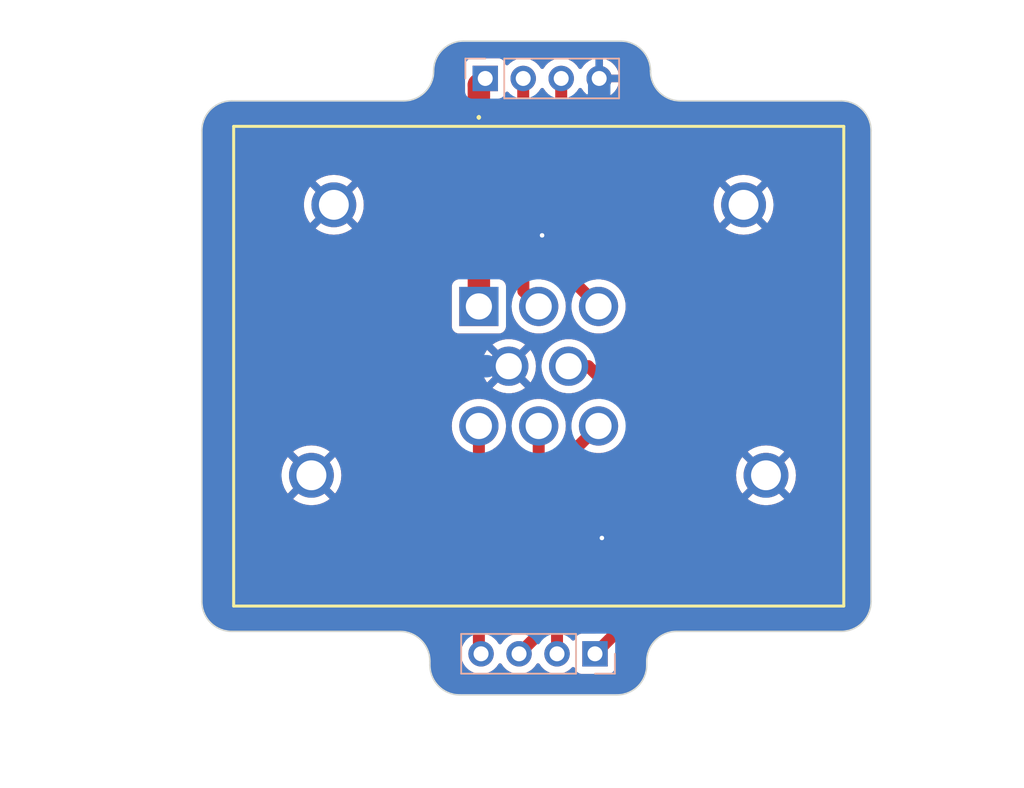
<source format=kicad_pcb>
(kicad_pcb (version 20221018) (generator pcbnew)
  (layers (0 "F.Cu" signal) (31 "B.Cu" signal) (34 "B.Paste" user) (35 "F.Paste" user) (36 "B.SilkS" user "B.Silkscreen") (37 "F.SilkS" user "F.Silkscreen") (38 "B.Mask" user) (39 "F.Mask" user) (44 "Edge.Cuts" user))
  (net 0 "")
  (net 1 "VIN{slash}15V")
  (net 2 "SW_12V")
  (net 3 "WAKE_UP")
  (net 4 "CAN_H")
  (net 5 "CAN_L")
  (net 6 "GND")
  (net 7 "D+")
  (net 8 "D-")
  (footprint "776276-1:7762761" (layer "F.Cu") (at 141.275 73.755)
    (fp_text reference "J1" hide)
    (fp_text value "776276-1" hide)
    (fp_line (start -16.4 -12.05) (end 24.4 -12.05) (stroke (width 0.2)) (layer "F.SilkS"))
    (fp_line (start -16.4 20.05) (end -16.4 -12.05) (stroke (width 0.2)) (layer "F.SilkS"))
    (fp_line (start 0 -12.7) (end 0 -12.7) (stroke (width 0.2)) (layer "F.SilkS"))
    (fp_line (start 0 -12.7) (end 0 -12.7) (stroke (width 0.2)) (layer "F.SilkS"))
    (fp_line (start 0 -12.6) (end 0 -12.6) (stroke (width 0.2)) (layer "F.SilkS"))
    (fp_line (start 24.4 -12.05) (end 24.4 20.05) (stroke (width 0.2)) (layer "F.SilkS"))
    (fp_line (start 24.4 20.05) (end -16.4 20.05) (stroke (width 0.2)) (layer "F.SilkS"))
    (fp_arc (start 0 -12.7) (mid 0.05 -12.65) (end 0 -12.6) (stroke (width 0.2)) (layer "F.SilkS"))
    (fp_arc (start 0 -12.6) (mid -0.05 -12.65) (end 0 -12.7) (stroke (width 0.2)) (layer "F.SilkS"))
    (fp_arc (start 0 -12.6) (mid -0.05 -12.65) (end 0 -12.7) (stroke (width 0.2)) (layer "F.SilkS"))
    (pad "1" thru_hole rect (at 0 0) (size 2.625 2.625) (drill 1.75) (layers "*.Cu" "*.Mask") (net 1 "VIN{slash}15V"))
    (pad "2" thru_hole circle (at 4 0) (size 2.625 2.625) (drill 1.75) (layers "*.Cu" "*.Mask") (net 2 "SW_12V"))
    (pad "3" thru_hole circle (at 8 0) (size 2.625 2.625) (drill 1.75) (layers "*.Cu" "*.Mask") (net 3 "WAKE_UP"))
    (pad "4" thru_hole circle (at 2 4) (size 2.625 2.625) (drill 1.75) (layers "*.Cu" "*.Mask") (net 6 "GND"))
    (pad "5" thru_hole circle (at 6 4) (size 2.625 2.625) (drill 1.75) (layers "*.Cu" "*.Mask") (net 5 "CAN_L"))
    (pad "6" thru_hole circle (at 0 8) (size 2.625 2.625) (drill 1.75) (layers "*.Cu" "*.Mask") (net 4 "CAN_H"))
    (pad "7" thru_hole circle (at 4 8) (size 2.625 2.625) (drill 1.75) (layers "*.Cu" "*.Mask") (net 7 "D+"))
    (pad "8" thru_hole circle (at 8 8) (size 2.625 2.625) (drill 1.75) (layers "*.Cu" "*.Mask") (net 8 "D-"))
    (pad "MH1" thru_hole circle (at -9.7 -6.8) (size 3 3) (drill 2) (layers "*.Cu" "*.Mask") (net 6 "GND"))
    (pad "MH2" thru_hole circle (at 17.7 -6.8) (size 3 3) (drill 2) (layers "*.Cu" "*.Mask") (net 6 "GND"))
    (pad "MH3" thru_hole circle (at 19.2 11.3) (size 3 3) (drill 2) (layers "*.Cu" "*.Mask") (net 6 "GND"))
    (pad "MH4" thru_hole circle (at -11.2 11.3) (size 3 3) (drill 2) (layers "*.Cu" "*.Mask") (net 6 "GND"))
  )
  (footprint "Connector_PinHeader_2.54mm:PinHeader_1x04_P2.54mm_Vertical" (layer "B.Cu") (at 141.7 58.5 -90)
    (fp_text reference "J2" hide)
    (fp_text value "2.54mm 1x4")
    (fp_line (start -1.33 -8.95) (end 1.33 -8.95) (stroke (width 0.12)) (layer "B.SilkS"))
    (fp_line (start -1.33 -1.27) (end -1.33 -8.95) (stroke (width 0.12)) (layer "B.SilkS"))
    (fp_line (start -1.33 -1.27) (end 1.33 -1.27) (stroke (width 0.12)) (layer "B.SilkS"))
    (fp_line (start -1.33 0) (end -1.33 1.33) (stroke (width 0.12)) (layer "B.SilkS"))
    (fp_line (start -1.33 1.33) (end 0 1.33) (stroke (width 0.12)) (layer "B.SilkS"))
    (fp_line (start 1.33 -1.27) (end 1.33 -8.95) (stroke (width 0.12)) (layer "B.SilkS"))
    (pad "1" thru_hole rect (at 0 0 270) (size 1.7 1.7) (drill 1) (layers "*.Cu" "*.Mask") (net 1 "VIN{slash}15V"))
    (pad "2" thru_hole oval (at 0 -2.54 270) (size 1.7 1.7) (drill 1) (layers "*.Cu" "*.Mask") (net 2 "SW_12V"))
    (pad "3" thru_hole oval (at 0 -5.08 270) (size 1.7 1.7) (drill 1) (layers "*.Cu" "*.Mask") (net 3 "WAKE_UP"))
    (pad "4" thru_hole oval (at 0 -7.62 270) (size 1.7 1.7) (drill 1) (layers "*.Cu" "*.Mask") (net 6 "GND"))
  )
  (footprint "Connector_PinHeader_2.54mm:PinHeader_1x04_P2.54mm_Vertical" (layer "B.Cu") (at 149.04 97 90)
    (fp_text reference "J3" hide)
    (fp_text value "2.54mm 1x4")
    (fp_line (start -1.33 -8.95) (end 1.33 -8.95) (stroke (width 0.12)) (layer "B.SilkS"))
    (fp_line (start -1.33 -1.27) (end -1.33 -8.95) (stroke (width 0.12)) (layer "B.SilkS"))
    (fp_line (start -1.33 -1.27) (end 1.33 -1.27) (stroke (width 0.12)) (layer "B.SilkS"))
    (fp_line (start -1.33 0) (end -1.33 1.33) (stroke (width 0.12)) (layer "B.SilkS"))
    (fp_line (start -1.33 1.33) (end 0 1.33) (stroke (width 0.12)) (layer "B.SilkS"))
    (fp_line (start 1.33 -1.27) (end 1.33 -8.95) (stroke (width 0.12)) (layer "B.SilkS"))
    (pad "1" thru_hole rect (at 0 0 90) (size 1.7 1.7) (drill 1) (layers "*.Cu" "*.Mask") (net 5 "CAN_L"))
    (pad "2" thru_hole oval (at 0 -2.54 90) (size 1.7 1.7) (drill 1) (layers "*.Cu" "*.Mask") (net 8 "D-"))
    (pad "3" thru_hole oval (at 0 -5.08 90) (size 1.7 1.7) (drill 1) (layers "*.Cu" "*.Mask") (net 7 "D+"))
    (pad "4" thru_hole oval (at 0 -7.62 90) (size 1.7 1.7) (drill 1) (layers "*.Cu" "*.Mask") (net 4 "CAN_H"))
  )
  (gr_arc (start 154.75 60) (mid 153.335786 59.414214) (end 152.75 58) (stroke (width 0.1)) (layer "Edge.Cuts"))
  (gr_line (start 122.75 93.5) (end 122.75 62) (stroke (width 0.1)) (layer "Edge.Cuts"))
  (gr_arc (start 167.5 93.5) (mid 166.914214 94.914214) (end 165.5 95.5) (stroke (width 0.1)) (layer "Edge.Cuts"))
  (gr_line (start 140.25 56) (end 150.75 56) (stroke (width 0.1)) (layer "Edge.Cuts"))
  (gr_arc (start 138.25 58) (mid 138.835786 56.585786) (end 140.25 56) (stroke (width 0.1)) (layer "Edge.Cuts"))
  (gr_arc (start 152.5 97.75) (mid 151.914214 99.164214) (end 150.5 99.75) (stroke (width 0.1)) (layer "Edge.Cuts"))
  (gr_arc (start 150.75 56) (mid 152.164214 56.585786) (end 152.75 58) (stroke (width 0.1)) (layer "Edge.Cuts"))
  (gr_arc (start 165.5 60) (mid 166.914214 60.585786) (end 167.5 62) (stroke (width 0.1)) (layer "Edge.Cuts"))
  (gr_arc (start 138.25 58) (mid 137.664214 59.414214) (end 136.25 60) (stroke (width 0.1)) (layer "Edge.Cuts"))
  (gr_line (start 136 95.5) (end 124.75 95.5) (stroke (width 0.1)) (layer "Edge.Cuts"))
  (gr_line (start 152.75 58) (end 152.75 58) (stroke (width 0.1)) (layer "Edge.Cuts"))
  (gr_arc (start 122.75 62) (mid 123.335786 60.585786) (end 124.75 60) (stroke (width 0.1)) (layer "Edge.Cuts"))
  (gr_arc (start 152.5 97.5) (mid 153.085786 96.085786) (end 154.5 95.5) (stroke (width 0.1)) (layer "Edge.Cuts"))
  (gr_line (start 167.5 93.5) (end 167.5 62) (stroke (width 0.1)) (layer "Edge.Cuts"))
  (gr_line (start 154.75 60) (end 165.5 60) (stroke (width 0.1)) (layer "Edge.Cuts"))
  (gr_line (start 154.5 95.5) (end 165.5 95.5) (stroke (width 0.1)) (layer "Edge.Cuts"))
  (gr_line (start 136.25 60) (end 124.75 60) (stroke (width 0.1)) (layer "Edge.Cuts"))
  (gr_line (start 138 97.5) (end 138 97.75) (stroke (width 0.1)) (layer "Edge.Cuts"))
  (gr_arc (start 124.75 95.5) (mid 123.335786 94.914214) (end 122.75 93.5) (stroke (width 0.1)) (layer "Edge.Cuts"))
  (gr_line (start 138.25 58) (end 138.25 58) (stroke (width 0.1)) (layer "Edge.Cuts"))
  (gr_arc (start 140 99.75) (mid 138.585786 99.164214) (end 138 97.75) (stroke (width 0.1)) (layer "Edge.Cuts"))
  (gr_line (start 140 99.75) (end 150.5 99.75) (stroke (width 0.1)) (layer "Edge.Cuts"))
  (gr_arc (start 136 95.5) (mid 137.414214 96.085786) (end 138 97.5) (stroke (width 0.1)) (layer "Edge.Cuts"))
  (gr_line (start 152.5 97.75) (end 152.5 97.5) (stroke (width 0.1)) (layer "Edge.Cuts"))
  (segment (start 141.275 58.925) (end 141.7 58.5) (width 1.5) (layer "F.Cu") (net 1))
  (segment (start 141.275 73.755) (end 141.275 58.925) (width 1.5) (layer "F.Cu") (net 1))
  (segment (start 144.24 71.74) (end 144.24 58.5) (width 0.8) (layer "F.Cu") (net 2))
  (segment (start 144.25 71.75) (end 144.24 71.74) (width 0.8) (layer "F.Cu") (net 2))
  (segment (start 145.275 73.755) (end 144.25 72.73) (width 0.8) (layer "F.Cu") (net 2))
  (segment (start 144.25 72.73) (end 144.25 71.75) (width 0.8) (layer "F.Cu") (net 2))
  (segment (start 146.78 69.97) (end 146.78 58.5) (width 0.8) (layer "F.Cu") (net 3))
  (segment (start 146.75 70) (end 146.78 69.97) (width 0.8) (layer "F.Cu") (net 3))
  (segment (start 149.275 73.755) (end 146.75 71.23) (width 0.8) (layer "F.Cu") (net 3))
  (segment (start 146.75 71.23) (end 146.75 70) (width 0.8) (layer "F.Cu") (net 3))
  (segment (start 141.275 96.855) (end 141.42 97) (width 0.8) (layer "F.Cu") (net 4))
  (segment (start 141.42 81.9) (end 141.275 81.755) (width 0.8) (layer "F.Cu") (net 4))
  (segment (start 141.275 81.755) (end 141.275 96.855) (width 0.8) (layer "F.Cu") (net 4))
  (segment (start 152 81.1675) (end 152 94.04) (width 0.8) (layer "F.Cu") (net 5))
  (segment (start 147.275 77.755) (end 148.5875 77.755) (width 0.8) (layer "F.Cu") (net 5))
  (segment (start 152 94.04) (end 149.04 97) (width 0.8) (layer "F.Cu") (net 5))
  (segment (start 148.5875 77.755) (end 152 81.1675) (width 0.8) (layer "F.Cu") (net 5))
  (via (at 145.5 69) (size 0.5) (drill 0.3) (layers "F.Cu" "B.Cu") (net 6))
  (via (at 149.5 89.25) (size 0.5) (drill 0.3) (layers "F.Cu" "B.Cu") (net 6))
  (segment (start 137.755 77.755) (end 136.625 76.625) (width 1.5) (layer "B.Cu") (net 6))
  (segment (start 141.801472 77.755) (end 137.755 77.755) (width 1.5) (layer "B.Cu") (net 6))
  (segment (start 136.625 72.525) (end 149.32 59.83) (width 1.5) (layer "B.Cu") (net 6))
  (segment (start 143.275 77.755) (end 141.801472 77.755) (width 0.8) (layer "B.Cu") (net 6))
  (segment (start 136.625 76.625) (end 136.625 72.525) (width 1.5) (layer "B.Cu") (net 6))
  (segment (start 149.32 59.83) (end 149.32 58.5) (width 1.5) (layer "B.Cu") (net 6))
  (segment (start 143.96 97) (end 145.275 95.685) (width 0.8) (layer "F.Cu") (net 7))
  (segment (start 145.275 95.685) (end 145.275 81.755) (width 0.8) (layer "F.Cu") (net 7))
  (segment (start 146.5 97) (end 146.5 84.53) (width 0.8) (layer "F.Cu") (net 8))
  (segment (start 146.5 84.53) (end 149.275 81.755) (width 0.8) (layer "F.Cu") (net 8))
  (zone (net 6) (net_name "GND") (layer "F.Cu") (connect_pads (clearance 0.5)) (min_thickness 0.25) (fill yes (thermal_gap 0.5) (thermal_bridge_width 0.5))
    (polygon (pts (xy 118.25 54.75) (xy 175.25 55) (xy 175.75 103.75) (xy 116.5 102.75) (xy 118.25 55)))
  )
  (zone (net 6) (net_name "GND") (layer "B.Cu") (priority 1) (connect_pads (clearance 0.5)) (min_thickness 0.25) (fill yes (thermal_gap 0.5) (thermal_bridge_width 0.5))
    (polygon (pts (xy 116.75 53.75) (xy 177.75 53.25) (xy 176.75 106) (xy 109.25 105) (xy 114.25 54.25)))
  )
)
</source>
